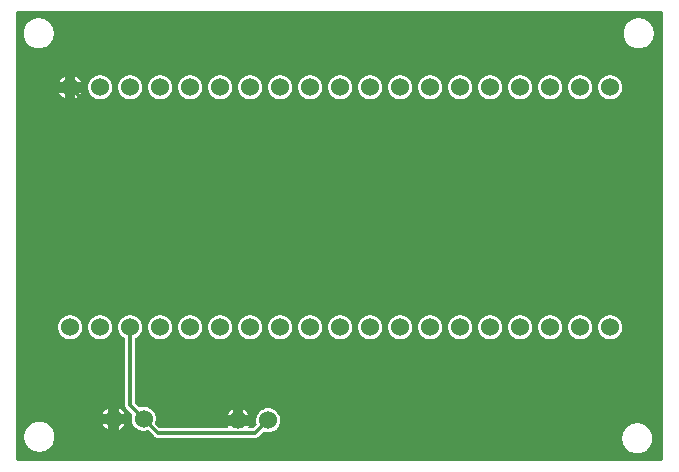
<source format=gbl>
G04 Layer: BottomLayer*
G04 EasyEDA v6.4.17, 2021-02-24T11:03:34+07:00*
G04 ef73d0174efa4e16a56b608a547b3d4a,ed1066999ab64682bb259e5b7afb0417,10*
G04 Gerber Generator version 0.2*
G04 Scale: 100 percent, Rotated: No, Reflected: No *
G04 Dimensions in inches *
G04 leading zeros omitted , absolute positions ,3 integer and 6 decimal *
%FSLAX36Y36*%
%MOIN*%

%ADD11C,0.0120*%
%ADD12C,0.0600*%

%LPD*%
G36*
X9100Y15100D02*
G01*
X7560Y15400D01*
X6280Y16279D01*
X5400Y17560D01*
X5100Y19100D01*
X5100Y1510900D01*
X5400Y1512440D01*
X6280Y1513720D01*
X7560Y1514600D01*
X9100Y1514900D01*
X2155900Y1514900D01*
X2157440Y1514600D01*
X2158720Y1513720D01*
X2159600Y1512440D01*
X2159900Y1510900D01*
X2159900Y19100D01*
X2159600Y17560D01*
X2158720Y16279D01*
X2157440Y15400D01*
X2155900Y15100D01*
G37*

%LPC*%
G36*
X2075000Y39900D02*
G01*
X2081040Y40279D01*
X2086980Y41360D01*
X2092760Y43160D01*
X2098280Y45640D01*
X2103460Y48780D01*
X2108220Y52500D01*
X2112500Y56780D01*
X2116220Y61540D01*
X2119360Y66720D01*
X2121840Y72240D01*
X2123640Y78020D01*
X2124720Y83960D01*
X2125100Y90000D01*
X2124720Y96039D01*
X2123640Y101980D01*
X2121840Y107760D01*
X2119360Y113280D01*
X2116220Y118460D01*
X2112500Y123219D01*
X2108220Y127500D01*
X2103460Y131220D01*
X2098280Y134360D01*
X2092760Y136840D01*
X2086980Y138640D01*
X2081040Y139720D01*
X2075000Y140100D01*
X2068959Y139720D01*
X2063020Y138640D01*
X2057240Y136840D01*
X2051720Y134360D01*
X2046540Y131220D01*
X2041780Y127500D01*
X2037500Y123219D01*
X2033779Y118460D01*
X2030640Y113280D01*
X2028160Y107760D01*
X2026360Y101980D01*
X2025280Y96039D01*
X2024900Y90000D01*
X2025280Y83960D01*
X2026360Y78020D01*
X2028160Y72240D01*
X2030640Y66720D01*
X2033779Y61540D01*
X2037500Y56780D01*
X2041780Y52500D01*
X2046540Y48780D01*
X2051720Y45640D01*
X2057240Y43160D01*
X2063020Y41360D01*
X2068959Y40279D01*
G37*
G36*
X82500Y44900D02*
G01*
X88539Y45279D01*
X94480Y46360D01*
X100260Y48160D01*
X105780Y50640D01*
X110960Y53780D01*
X115719Y57500D01*
X120000Y61780D01*
X123720Y66540D01*
X126860Y71720D01*
X129340Y77240D01*
X131140Y83020D01*
X132220Y88960D01*
X132600Y95000D01*
X132220Y101039D01*
X131140Y106980D01*
X129340Y112760D01*
X126860Y118280D01*
X123720Y123460D01*
X120000Y128219D01*
X115719Y132500D01*
X110960Y136220D01*
X105780Y139360D01*
X100260Y141840D01*
X94480Y143640D01*
X88539Y144720D01*
X82500Y145100D01*
X76460Y144720D01*
X70520Y143640D01*
X64740Y141840D01*
X59220Y139360D01*
X54040Y136220D01*
X49280Y132500D01*
X45000Y128219D01*
X41280Y123460D01*
X38140Y118280D01*
X35660Y112760D01*
X33860Y106980D01*
X32780Y101039D01*
X32400Y95000D01*
X32780Y88960D01*
X33860Y83020D01*
X35660Y77240D01*
X38140Y71720D01*
X41280Y66540D01*
X45000Y61780D01*
X49280Y57500D01*
X54040Y53780D01*
X59220Y50640D01*
X64740Y48160D01*
X70520Y46360D01*
X76460Y45279D01*
G37*
G36*
X477500Y91600D02*
G01*
X802500Y91600D01*
X805840Y91920D01*
X808860Y92840D01*
X811640Y94320D01*
X814220Y96460D01*
X828700Y110920D01*
X829920Y111760D01*
X831360Y112100D01*
X832840Y111880D01*
X834400Y111340D01*
X839659Y110260D01*
X845000Y109900D01*
X850340Y110260D01*
X855600Y111340D01*
X860660Y113100D01*
X865440Y115500D01*
X869840Y118539D01*
X873820Y122120D01*
X877280Y126220D01*
X880160Y130740D01*
X882420Y135600D01*
X884000Y140700D01*
X884880Y145980D01*
X885060Y151340D01*
X884539Y156660D01*
X883300Y161880D01*
X881360Y166880D01*
X878800Y171580D01*
X875620Y175880D01*
X871900Y179740D01*
X867680Y183060D01*
X863080Y185780D01*
X858160Y187880D01*
X852980Y189280D01*
X847680Y190000D01*
X842320Y190000D01*
X837020Y189280D01*
X831840Y187880D01*
X826919Y185780D01*
X822320Y183060D01*
X818100Y179740D01*
X814380Y175880D01*
X811200Y171580D01*
X808640Y166880D01*
X806700Y161880D01*
X805460Y156660D01*
X804940Y151340D01*
X805120Y145980D01*
X806000Y140700D01*
X806919Y137720D01*
X807099Y136280D01*
X806760Y134880D01*
X805939Y133700D01*
X797200Y124980D01*
X795900Y124100D01*
X794380Y123800D01*
X783040Y123800D01*
X781380Y124160D01*
X780020Y125180D01*
X779200Y126660D01*
X779080Y128360D01*
X779659Y129960D01*
X780160Y130740D01*
X780980Y132500D01*
X762500Y132500D01*
X762500Y127800D01*
X762200Y126260D01*
X761320Y124980D01*
X760040Y124100D01*
X758500Y123800D01*
X731500Y123800D01*
X729960Y124100D01*
X728680Y124980D01*
X727800Y126260D01*
X727500Y127800D01*
X727500Y132500D01*
X709020Y132500D01*
X709840Y130740D01*
X710340Y129960D01*
X710920Y128360D01*
X710800Y126660D01*
X709980Y125180D01*
X708620Y124160D01*
X706960Y123800D01*
X485620Y123800D01*
X484099Y124100D01*
X482800Y124980D01*
X469060Y138700D01*
X468240Y139880D01*
X467900Y141280D01*
X468080Y142720D01*
X469000Y145700D01*
X469880Y150980D01*
X470060Y156340D01*
X469540Y161660D01*
X468300Y166880D01*
X466360Y171880D01*
X463800Y176580D01*
X460620Y180880D01*
X456900Y184740D01*
X452680Y188060D01*
X448080Y190780D01*
X443160Y192880D01*
X437980Y194280D01*
X432680Y195000D01*
X427320Y195000D01*
X422020Y194280D01*
X417560Y193060D01*
X416160Y192940D01*
X414820Y193299D01*
X413680Y194100D01*
X402280Y205500D01*
X401400Y206800D01*
X401100Y208320D01*
X401100Y420760D01*
X401340Y422120D01*
X402020Y423320D01*
X403060Y424200D01*
X407680Y426940D01*
X411900Y430260D01*
X415620Y434120D01*
X418800Y438420D01*
X421360Y443120D01*
X423300Y448120D01*
X424540Y453340D01*
X425060Y458660D01*
X424880Y464020D01*
X424000Y469300D01*
X422420Y474400D01*
X420160Y479260D01*
X417280Y483780D01*
X413820Y487879D01*
X409840Y491460D01*
X405439Y494500D01*
X400660Y496900D01*
X395600Y498660D01*
X390340Y499739D01*
X385000Y500100D01*
X379660Y499739D01*
X374400Y498660D01*
X369340Y496900D01*
X364560Y494500D01*
X360160Y491460D01*
X356180Y487879D01*
X352720Y483780D01*
X349840Y479260D01*
X347580Y474400D01*
X346000Y469300D01*
X345120Y464020D01*
X344940Y458660D01*
X345460Y453340D01*
X346700Y448120D01*
X348640Y443120D01*
X351200Y438420D01*
X354380Y434120D01*
X358100Y430260D01*
X362320Y426940D01*
X366940Y424200D01*
X367980Y423320D01*
X368660Y422120D01*
X368900Y420760D01*
X368900Y200200D01*
X369219Y196860D01*
X370140Y193840D01*
X371620Y191060D01*
X373760Y188480D01*
X390880Y171340D01*
X391740Y170080D01*
X392060Y168580D01*
X390460Y161660D01*
X389940Y156340D01*
X390120Y150980D01*
X391000Y145700D01*
X392580Y140600D01*
X394840Y135740D01*
X397720Y131220D01*
X401180Y127120D01*
X405160Y123539D01*
X409560Y120500D01*
X414340Y118100D01*
X419400Y116340D01*
X424660Y115260D01*
X430000Y114900D01*
X435340Y115260D01*
X440600Y116340D01*
X442160Y116880D01*
X443640Y117100D01*
X445080Y116760D01*
X446300Y115920D01*
X465780Y96460D01*
X468360Y94320D01*
X471140Y92840D01*
X474159Y91920D01*
G37*
G36*
X347500Y119019D02*
G01*
X350439Y120500D01*
X354840Y123539D01*
X358820Y127120D01*
X362280Y131220D01*
X365160Y135740D01*
X365980Y137500D01*
X347500Y137500D01*
G37*
G36*
X312500Y119019D02*
G01*
X312500Y137500D01*
X294020Y137500D01*
X294840Y135740D01*
X297720Y131220D01*
X301180Y127120D01*
X305160Y123539D01*
X309560Y120500D01*
G37*
G36*
X762500Y167500D02*
G01*
X781020Y167500D01*
X778800Y171580D01*
X775620Y175880D01*
X771900Y179740D01*
X767680Y183060D01*
X763080Y185780D01*
X762500Y186020D01*
G37*
G36*
X708980Y167500D02*
G01*
X727500Y167500D01*
X727500Y186020D01*
X726919Y185780D01*
X722320Y183060D01*
X718100Y179740D01*
X714380Y175880D01*
X711200Y171580D01*
G37*
G36*
X293980Y172500D02*
G01*
X312500Y172500D01*
X312500Y191020D01*
X311920Y190780D01*
X307320Y188060D01*
X303100Y184740D01*
X299380Y180880D01*
X296200Y176580D01*
G37*
G36*
X347500Y172500D02*
G01*
X366019Y172500D01*
X363800Y176580D01*
X360620Y180880D01*
X356900Y184740D01*
X352680Y188060D01*
X348080Y190780D01*
X347500Y191020D01*
G37*
G36*
X1182320Y420000D02*
G01*
X1187680Y420000D01*
X1192980Y420720D01*
X1198160Y422120D01*
X1203080Y424219D01*
X1207680Y426940D01*
X1211900Y430260D01*
X1215620Y434120D01*
X1218800Y438420D01*
X1221360Y443120D01*
X1223300Y448120D01*
X1224540Y453340D01*
X1225060Y458660D01*
X1224880Y464020D01*
X1224000Y469300D01*
X1222420Y474400D01*
X1220160Y479260D01*
X1217280Y483780D01*
X1213820Y487879D01*
X1209840Y491460D01*
X1205440Y494500D01*
X1200660Y496900D01*
X1195600Y498660D01*
X1190340Y499739D01*
X1185000Y500100D01*
X1179660Y499739D01*
X1174400Y498660D01*
X1169340Y496900D01*
X1164560Y494500D01*
X1160160Y491460D01*
X1156180Y487879D01*
X1152720Y483780D01*
X1149840Y479260D01*
X1147580Y474400D01*
X1146000Y469300D01*
X1145120Y464020D01*
X1144940Y458660D01*
X1145460Y453340D01*
X1146700Y448120D01*
X1148640Y443120D01*
X1151200Y438420D01*
X1154380Y434120D01*
X1158100Y430260D01*
X1162320Y426940D01*
X1166920Y424219D01*
X1171840Y422120D01*
X1177020Y420720D01*
G37*
G36*
X1282320Y420000D02*
G01*
X1287680Y420000D01*
X1292980Y420720D01*
X1298160Y422120D01*
X1303080Y424219D01*
X1307680Y426940D01*
X1311900Y430260D01*
X1315620Y434120D01*
X1318800Y438420D01*
X1321360Y443120D01*
X1323300Y448120D01*
X1324540Y453340D01*
X1325060Y458660D01*
X1324880Y464020D01*
X1324000Y469300D01*
X1322420Y474400D01*
X1320160Y479260D01*
X1317280Y483780D01*
X1313820Y487879D01*
X1309840Y491460D01*
X1305440Y494500D01*
X1300660Y496900D01*
X1295600Y498660D01*
X1290340Y499739D01*
X1285000Y500100D01*
X1279660Y499739D01*
X1274400Y498660D01*
X1269340Y496900D01*
X1264560Y494500D01*
X1260160Y491460D01*
X1256180Y487879D01*
X1252720Y483780D01*
X1249840Y479260D01*
X1247580Y474400D01*
X1246000Y469300D01*
X1245120Y464020D01*
X1244940Y458660D01*
X1245460Y453340D01*
X1246700Y448120D01*
X1248640Y443120D01*
X1251200Y438420D01*
X1254380Y434120D01*
X1258100Y430260D01*
X1262320Y426940D01*
X1266920Y424219D01*
X1271840Y422120D01*
X1277020Y420720D01*
G37*
G36*
X1082320Y420000D02*
G01*
X1087680Y420000D01*
X1092980Y420720D01*
X1098160Y422120D01*
X1103080Y424219D01*
X1107680Y426940D01*
X1111900Y430260D01*
X1115620Y434120D01*
X1118800Y438420D01*
X1121360Y443120D01*
X1123300Y448120D01*
X1124540Y453340D01*
X1125060Y458660D01*
X1124880Y464020D01*
X1124000Y469300D01*
X1122420Y474400D01*
X1120160Y479260D01*
X1117280Y483780D01*
X1113820Y487879D01*
X1109840Y491460D01*
X1105440Y494500D01*
X1100660Y496900D01*
X1095600Y498660D01*
X1090340Y499739D01*
X1085000Y500100D01*
X1079660Y499739D01*
X1074400Y498660D01*
X1069340Y496900D01*
X1064560Y494500D01*
X1060160Y491460D01*
X1056180Y487879D01*
X1052720Y483780D01*
X1049840Y479260D01*
X1047580Y474400D01*
X1046000Y469300D01*
X1045120Y464020D01*
X1044940Y458660D01*
X1045460Y453340D01*
X1046700Y448120D01*
X1048640Y443120D01*
X1051200Y438420D01*
X1054380Y434120D01*
X1058100Y430260D01*
X1062320Y426940D01*
X1066920Y424219D01*
X1071840Y422120D01*
X1077020Y420720D01*
G37*
G36*
X1382320Y420000D02*
G01*
X1387680Y420000D01*
X1392980Y420720D01*
X1398160Y422120D01*
X1403080Y424219D01*
X1407680Y426940D01*
X1411900Y430260D01*
X1415620Y434120D01*
X1418800Y438420D01*
X1421360Y443120D01*
X1423300Y448120D01*
X1424540Y453340D01*
X1425060Y458660D01*
X1424880Y464020D01*
X1424000Y469300D01*
X1422420Y474400D01*
X1420160Y479260D01*
X1417280Y483780D01*
X1413820Y487879D01*
X1409840Y491460D01*
X1405440Y494500D01*
X1400660Y496900D01*
X1395600Y498660D01*
X1390340Y499739D01*
X1385000Y500100D01*
X1379660Y499739D01*
X1374400Y498660D01*
X1369340Y496900D01*
X1364560Y494500D01*
X1360160Y491460D01*
X1356180Y487879D01*
X1352720Y483780D01*
X1349840Y479260D01*
X1347580Y474400D01*
X1346000Y469300D01*
X1345120Y464020D01*
X1344940Y458660D01*
X1345460Y453340D01*
X1346699Y448120D01*
X1348640Y443120D01*
X1351200Y438420D01*
X1354379Y434120D01*
X1358100Y430260D01*
X1362320Y426940D01*
X1366920Y424219D01*
X1371840Y422120D01*
X1377020Y420720D01*
G37*
G36*
X982320Y420000D02*
G01*
X987680Y420000D01*
X992980Y420720D01*
X998160Y422120D01*
X1003080Y424219D01*
X1007680Y426940D01*
X1011900Y430260D01*
X1015620Y434120D01*
X1018800Y438420D01*
X1021360Y443120D01*
X1023300Y448120D01*
X1024539Y453340D01*
X1025060Y458660D01*
X1024880Y464020D01*
X1024000Y469300D01*
X1022420Y474400D01*
X1020160Y479260D01*
X1017280Y483780D01*
X1013820Y487879D01*
X1009840Y491460D01*
X1005440Y494500D01*
X1000660Y496900D01*
X995600Y498660D01*
X990340Y499739D01*
X985000Y500100D01*
X979659Y499739D01*
X974400Y498660D01*
X969340Y496900D01*
X964560Y494500D01*
X960160Y491460D01*
X956180Y487879D01*
X952720Y483780D01*
X949840Y479260D01*
X947580Y474400D01*
X946000Y469300D01*
X945120Y464020D01*
X944940Y458660D01*
X945460Y453340D01*
X946700Y448120D01*
X948640Y443120D01*
X951200Y438420D01*
X954380Y434120D01*
X958100Y430260D01*
X962320Y426940D01*
X966919Y424219D01*
X971840Y422120D01*
X977020Y420720D01*
G37*
G36*
X1482320Y420000D02*
G01*
X1487680Y420000D01*
X1492980Y420720D01*
X1498160Y422120D01*
X1503080Y424219D01*
X1507680Y426940D01*
X1511900Y430260D01*
X1515620Y434120D01*
X1518800Y438420D01*
X1521360Y443120D01*
X1523300Y448120D01*
X1524540Y453340D01*
X1525060Y458660D01*
X1524880Y464020D01*
X1524000Y469300D01*
X1522420Y474400D01*
X1520160Y479260D01*
X1517280Y483780D01*
X1513820Y487879D01*
X1509840Y491460D01*
X1505440Y494500D01*
X1500660Y496900D01*
X1495600Y498660D01*
X1490340Y499739D01*
X1485000Y500100D01*
X1479660Y499739D01*
X1474400Y498660D01*
X1469340Y496900D01*
X1464560Y494500D01*
X1460160Y491460D01*
X1456180Y487879D01*
X1452720Y483780D01*
X1449840Y479260D01*
X1447580Y474400D01*
X1446000Y469300D01*
X1445120Y464020D01*
X1444940Y458660D01*
X1445460Y453340D01*
X1446699Y448120D01*
X1448640Y443120D01*
X1451200Y438420D01*
X1454379Y434120D01*
X1458100Y430260D01*
X1462320Y426940D01*
X1466920Y424219D01*
X1471840Y422120D01*
X1477020Y420720D01*
G37*
G36*
X882320Y420000D02*
G01*
X887680Y420000D01*
X892980Y420720D01*
X898160Y422120D01*
X903080Y424219D01*
X907680Y426940D01*
X911900Y430260D01*
X915620Y434120D01*
X918800Y438420D01*
X921360Y443120D01*
X923300Y448120D01*
X924539Y453340D01*
X925060Y458660D01*
X924880Y464020D01*
X924000Y469300D01*
X922420Y474400D01*
X920160Y479260D01*
X917280Y483780D01*
X913820Y487879D01*
X909840Y491460D01*
X905440Y494500D01*
X900660Y496900D01*
X895600Y498660D01*
X890340Y499739D01*
X885000Y500100D01*
X879659Y499739D01*
X874400Y498660D01*
X869340Y496900D01*
X864560Y494500D01*
X860160Y491460D01*
X856180Y487879D01*
X852720Y483780D01*
X849840Y479260D01*
X847580Y474400D01*
X846000Y469300D01*
X845120Y464020D01*
X844940Y458660D01*
X845460Y453340D01*
X846700Y448120D01*
X848640Y443120D01*
X851200Y438420D01*
X854380Y434120D01*
X858100Y430260D01*
X862320Y426940D01*
X866919Y424219D01*
X871840Y422120D01*
X877020Y420720D01*
G37*
G36*
X1582320Y420000D02*
G01*
X1587680Y420000D01*
X1592980Y420720D01*
X1598160Y422120D01*
X1603080Y424219D01*
X1607680Y426940D01*
X1611900Y430260D01*
X1615620Y434120D01*
X1618800Y438420D01*
X1621360Y443120D01*
X1623300Y448120D01*
X1624540Y453340D01*
X1625060Y458660D01*
X1624880Y464020D01*
X1624000Y469300D01*
X1622420Y474400D01*
X1620160Y479260D01*
X1617280Y483780D01*
X1613820Y487879D01*
X1609840Y491460D01*
X1605440Y494500D01*
X1600660Y496900D01*
X1595600Y498660D01*
X1590340Y499739D01*
X1585000Y500100D01*
X1579660Y499739D01*
X1574400Y498660D01*
X1569340Y496900D01*
X1564560Y494500D01*
X1560160Y491460D01*
X1556180Y487879D01*
X1552720Y483780D01*
X1549840Y479260D01*
X1547580Y474400D01*
X1546000Y469300D01*
X1545120Y464020D01*
X1544940Y458660D01*
X1545460Y453340D01*
X1546699Y448120D01*
X1548640Y443120D01*
X1551200Y438420D01*
X1554379Y434120D01*
X1558100Y430260D01*
X1562320Y426940D01*
X1566920Y424219D01*
X1571840Y422120D01*
X1577020Y420720D01*
G37*
G36*
X782320Y420000D02*
G01*
X787680Y420000D01*
X792980Y420720D01*
X798160Y422120D01*
X803080Y424219D01*
X807680Y426940D01*
X811900Y430260D01*
X815620Y434120D01*
X818800Y438420D01*
X821360Y443120D01*
X823300Y448120D01*
X824539Y453340D01*
X825060Y458660D01*
X824880Y464020D01*
X824000Y469300D01*
X822420Y474400D01*
X820160Y479260D01*
X817280Y483780D01*
X813820Y487879D01*
X809840Y491460D01*
X805440Y494500D01*
X800660Y496900D01*
X795600Y498660D01*
X790340Y499739D01*
X785000Y500100D01*
X779659Y499739D01*
X774400Y498660D01*
X769340Y496900D01*
X764560Y494500D01*
X760160Y491460D01*
X756180Y487879D01*
X752720Y483780D01*
X749840Y479260D01*
X747580Y474400D01*
X746000Y469300D01*
X745120Y464020D01*
X744940Y458660D01*
X745460Y453340D01*
X746700Y448120D01*
X748640Y443120D01*
X751200Y438420D01*
X754380Y434120D01*
X758100Y430260D01*
X762320Y426940D01*
X766919Y424219D01*
X771840Y422120D01*
X777020Y420720D01*
G37*
G36*
X482320Y420000D02*
G01*
X487680Y420000D01*
X492980Y420720D01*
X498160Y422120D01*
X503080Y424219D01*
X507680Y426940D01*
X511900Y430260D01*
X515620Y434120D01*
X518800Y438420D01*
X521360Y443120D01*
X523300Y448120D01*
X524540Y453340D01*
X525060Y458660D01*
X524880Y464020D01*
X524000Y469300D01*
X522420Y474400D01*
X520160Y479260D01*
X517280Y483780D01*
X513820Y487879D01*
X509840Y491460D01*
X505439Y494500D01*
X500660Y496900D01*
X495600Y498660D01*
X490340Y499739D01*
X485000Y500100D01*
X479660Y499739D01*
X474400Y498660D01*
X469340Y496900D01*
X464560Y494500D01*
X460160Y491460D01*
X456180Y487879D01*
X452720Y483780D01*
X449840Y479260D01*
X447580Y474400D01*
X446000Y469300D01*
X445120Y464020D01*
X444940Y458660D01*
X445460Y453340D01*
X446700Y448120D01*
X448640Y443120D01*
X451200Y438420D01*
X454380Y434120D01*
X458100Y430260D01*
X462320Y426940D01*
X466920Y424219D01*
X471840Y422120D01*
X477020Y420720D01*
G37*
G36*
X1682320Y420000D02*
G01*
X1687680Y420000D01*
X1692980Y420720D01*
X1698160Y422120D01*
X1703080Y424219D01*
X1707680Y426940D01*
X1711900Y430260D01*
X1715620Y434120D01*
X1718800Y438420D01*
X1721360Y443120D01*
X1723300Y448120D01*
X1724540Y453340D01*
X1725060Y458660D01*
X1724880Y464020D01*
X1724000Y469300D01*
X1722420Y474400D01*
X1720160Y479260D01*
X1717280Y483780D01*
X1713820Y487879D01*
X1709840Y491460D01*
X1705440Y494500D01*
X1700660Y496900D01*
X1695600Y498660D01*
X1690340Y499739D01*
X1685000Y500100D01*
X1679660Y499739D01*
X1674400Y498660D01*
X1669340Y496900D01*
X1664560Y494500D01*
X1660160Y491460D01*
X1656180Y487879D01*
X1652720Y483780D01*
X1649840Y479260D01*
X1647580Y474400D01*
X1646000Y469300D01*
X1645120Y464020D01*
X1644940Y458660D01*
X1645460Y453340D01*
X1646699Y448120D01*
X1648640Y443120D01*
X1651200Y438420D01*
X1654379Y434120D01*
X1658100Y430260D01*
X1662320Y426940D01*
X1666920Y424219D01*
X1671840Y422120D01*
X1677020Y420720D01*
G37*
G36*
X1882320Y420000D02*
G01*
X1887680Y420000D01*
X1892980Y420720D01*
X1898160Y422120D01*
X1903080Y424219D01*
X1907680Y426940D01*
X1911900Y430260D01*
X1915620Y434120D01*
X1918800Y438420D01*
X1921360Y443120D01*
X1923300Y448120D01*
X1924540Y453340D01*
X1925060Y458660D01*
X1924880Y464020D01*
X1924000Y469300D01*
X1922420Y474400D01*
X1920160Y479260D01*
X1917280Y483780D01*
X1913820Y487879D01*
X1909840Y491460D01*
X1905440Y494500D01*
X1900660Y496900D01*
X1895600Y498660D01*
X1890340Y499739D01*
X1885000Y500100D01*
X1879660Y499739D01*
X1874400Y498660D01*
X1869340Y496900D01*
X1864560Y494500D01*
X1860160Y491460D01*
X1856180Y487879D01*
X1852720Y483780D01*
X1849840Y479260D01*
X1847580Y474400D01*
X1846000Y469300D01*
X1845120Y464020D01*
X1844940Y458660D01*
X1845460Y453340D01*
X1846699Y448120D01*
X1848640Y443120D01*
X1851200Y438420D01*
X1854379Y434120D01*
X1858100Y430260D01*
X1862320Y426940D01*
X1866920Y424219D01*
X1871840Y422120D01*
X1877020Y420720D01*
G37*
G36*
X682320Y420000D02*
G01*
X687680Y420000D01*
X692980Y420720D01*
X698160Y422120D01*
X703080Y424219D01*
X707680Y426940D01*
X711900Y430260D01*
X715620Y434120D01*
X718800Y438420D01*
X721360Y443120D01*
X723300Y448120D01*
X724539Y453340D01*
X725060Y458660D01*
X724880Y464020D01*
X724000Y469300D01*
X722420Y474400D01*
X720160Y479260D01*
X717280Y483780D01*
X713820Y487879D01*
X709840Y491460D01*
X705440Y494500D01*
X700660Y496900D01*
X695600Y498660D01*
X690340Y499739D01*
X685000Y500100D01*
X679659Y499739D01*
X674400Y498660D01*
X669340Y496900D01*
X664560Y494500D01*
X660160Y491460D01*
X656180Y487879D01*
X652720Y483780D01*
X649840Y479260D01*
X647580Y474400D01*
X646000Y469300D01*
X645120Y464020D01*
X644940Y458660D01*
X645460Y453340D01*
X646700Y448120D01*
X648640Y443120D01*
X651200Y438420D01*
X654380Y434120D01*
X658100Y430260D01*
X662320Y426940D01*
X666919Y424219D01*
X671840Y422120D01*
X677020Y420720D01*
G37*
G36*
X582320Y420000D02*
G01*
X587680Y420000D01*
X592980Y420720D01*
X598160Y422120D01*
X603080Y424219D01*
X607680Y426940D01*
X611900Y430260D01*
X615620Y434120D01*
X618800Y438420D01*
X621360Y443120D01*
X623300Y448120D01*
X624540Y453340D01*
X625060Y458660D01*
X624880Y464020D01*
X624000Y469300D01*
X622420Y474400D01*
X620160Y479260D01*
X617280Y483780D01*
X613820Y487879D01*
X609840Y491460D01*
X605440Y494500D01*
X600660Y496900D01*
X595600Y498660D01*
X590340Y499739D01*
X585000Y500100D01*
X579660Y499739D01*
X574400Y498660D01*
X569340Y496900D01*
X564560Y494500D01*
X560160Y491460D01*
X556180Y487879D01*
X552720Y483780D01*
X549840Y479260D01*
X547580Y474400D01*
X546000Y469300D01*
X545120Y464020D01*
X544940Y458660D01*
X545460Y453340D01*
X546700Y448120D01*
X548640Y443120D01*
X551200Y438420D01*
X554380Y434120D01*
X558100Y430260D01*
X562320Y426940D01*
X566920Y424219D01*
X571840Y422120D01*
X577020Y420720D01*
G37*
G36*
X1982320Y420000D02*
G01*
X1987680Y420000D01*
X1992980Y420720D01*
X1998160Y422120D01*
X2003080Y424219D01*
X2007680Y426940D01*
X2011900Y430260D01*
X2015620Y434120D01*
X2018800Y438420D01*
X2021360Y443120D01*
X2023300Y448120D01*
X2024540Y453340D01*
X2025060Y458660D01*
X2024880Y464020D01*
X2024000Y469300D01*
X2022420Y474400D01*
X2020160Y479260D01*
X2017280Y483780D01*
X2013820Y487879D01*
X2009840Y491460D01*
X2005440Y494500D01*
X2000660Y496900D01*
X1995600Y498660D01*
X1990340Y499739D01*
X1985000Y500100D01*
X1979660Y499739D01*
X1974400Y498660D01*
X1969340Y496900D01*
X1964560Y494500D01*
X1960160Y491460D01*
X1956180Y487879D01*
X1952720Y483780D01*
X1949840Y479260D01*
X1947580Y474400D01*
X1946000Y469300D01*
X1945120Y464020D01*
X1944940Y458660D01*
X1945460Y453340D01*
X1946699Y448120D01*
X1948640Y443120D01*
X1951200Y438420D01*
X1954379Y434120D01*
X1958100Y430260D01*
X1962320Y426940D01*
X1966920Y424219D01*
X1971840Y422120D01*
X1977020Y420720D01*
G37*
G36*
X1782320Y420000D02*
G01*
X1787680Y420000D01*
X1792980Y420720D01*
X1798160Y422120D01*
X1803080Y424219D01*
X1807680Y426940D01*
X1811900Y430260D01*
X1815620Y434120D01*
X1818800Y438420D01*
X1821360Y443120D01*
X1823300Y448120D01*
X1824540Y453340D01*
X1825060Y458660D01*
X1824880Y464020D01*
X1824000Y469300D01*
X1822420Y474400D01*
X1820160Y479260D01*
X1817280Y483780D01*
X1813820Y487879D01*
X1809840Y491460D01*
X1805440Y494500D01*
X1800660Y496900D01*
X1795600Y498660D01*
X1790340Y499739D01*
X1785000Y500100D01*
X1779660Y499739D01*
X1774400Y498660D01*
X1769340Y496900D01*
X1764560Y494500D01*
X1760160Y491460D01*
X1756180Y487879D01*
X1752720Y483780D01*
X1749840Y479260D01*
X1747580Y474400D01*
X1746000Y469300D01*
X1745120Y464020D01*
X1744940Y458660D01*
X1745460Y453340D01*
X1746699Y448120D01*
X1748640Y443120D01*
X1751200Y438420D01*
X1754379Y434120D01*
X1758100Y430260D01*
X1762320Y426940D01*
X1766920Y424219D01*
X1771840Y422120D01*
X1777020Y420720D01*
G37*
G36*
X282320Y420000D02*
G01*
X287680Y420000D01*
X292980Y420720D01*
X298160Y422120D01*
X303080Y424219D01*
X307680Y426940D01*
X311900Y430260D01*
X315620Y434120D01*
X318800Y438420D01*
X321360Y443120D01*
X323300Y448120D01*
X324540Y453340D01*
X325060Y458660D01*
X324880Y464020D01*
X324000Y469300D01*
X322420Y474400D01*
X320160Y479260D01*
X317280Y483780D01*
X313820Y487879D01*
X309840Y491460D01*
X305440Y494500D01*
X300660Y496900D01*
X295600Y498660D01*
X290340Y499739D01*
X285000Y500100D01*
X279660Y499739D01*
X274400Y498660D01*
X269340Y496900D01*
X264560Y494500D01*
X260159Y491460D01*
X256180Y487879D01*
X252719Y483780D01*
X249840Y479260D01*
X247580Y474400D01*
X246000Y469300D01*
X245120Y464020D01*
X244940Y458660D01*
X245460Y453340D01*
X246700Y448120D01*
X248640Y443120D01*
X251200Y438420D01*
X254380Y434120D01*
X258100Y430260D01*
X262320Y426940D01*
X266920Y424219D01*
X271840Y422120D01*
X277020Y420720D01*
G37*
G36*
X182320Y420000D02*
G01*
X187680Y420000D01*
X192979Y420720D01*
X198160Y422120D01*
X203080Y424219D01*
X207680Y426940D01*
X211900Y430260D01*
X215620Y434120D01*
X218800Y438420D01*
X221360Y443120D01*
X223299Y448120D01*
X224540Y453340D01*
X225060Y458660D01*
X224880Y464020D01*
X224000Y469300D01*
X222420Y474400D01*
X220159Y479260D01*
X217280Y483780D01*
X213820Y487879D01*
X209840Y491460D01*
X205440Y494500D01*
X200660Y496900D01*
X195600Y498660D01*
X190340Y499739D01*
X185000Y500100D01*
X179660Y499739D01*
X174400Y498660D01*
X169340Y496900D01*
X164560Y494500D01*
X160159Y491460D01*
X156180Y487879D01*
X152720Y483780D01*
X149840Y479260D01*
X147580Y474400D01*
X146000Y469300D01*
X145120Y464020D01*
X144940Y458660D01*
X145460Y453340D01*
X146700Y448120D01*
X148640Y443120D01*
X151200Y438420D01*
X154380Y434120D01*
X158100Y430260D01*
X162320Y426940D01*
X166920Y424219D01*
X171840Y422120D01*
X177020Y420720D01*
G37*
G36*
X1082320Y1220000D02*
G01*
X1087680Y1220000D01*
X1092980Y1220720D01*
X1098160Y1222120D01*
X1103080Y1224220D01*
X1107680Y1226940D01*
X1111900Y1230260D01*
X1115620Y1234120D01*
X1118800Y1238420D01*
X1121360Y1243120D01*
X1123300Y1248120D01*
X1124540Y1253340D01*
X1125060Y1258660D01*
X1124880Y1264020D01*
X1124000Y1269300D01*
X1122420Y1274400D01*
X1120160Y1279260D01*
X1117280Y1283779D01*
X1113820Y1287880D01*
X1109840Y1291459D01*
X1105440Y1294500D01*
X1100660Y1296900D01*
X1095600Y1298660D01*
X1090340Y1299740D01*
X1085000Y1300100D01*
X1079660Y1299740D01*
X1074400Y1298660D01*
X1069340Y1296900D01*
X1064560Y1294500D01*
X1060160Y1291459D01*
X1056180Y1287880D01*
X1052720Y1283779D01*
X1049840Y1279260D01*
X1047580Y1274400D01*
X1046000Y1269300D01*
X1045120Y1264020D01*
X1044940Y1258660D01*
X1045460Y1253340D01*
X1046700Y1248120D01*
X1048640Y1243120D01*
X1051200Y1238420D01*
X1054380Y1234120D01*
X1058100Y1230260D01*
X1062320Y1226940D01*
X1066920Y1224220D01*
X1071840Y1222120D01*
X1077020Y1220720D01*
G37*
G36*
X1182320Y1220000D02*
G01*
X1187680Y1220000D01*
X1192980Y1220720D01*
X1198160Y1222120D01*
X1203080Y1224220D01*
X1207680Y1226940D01*
X1211900Y1230260D01*
X1215620Y1234120D01*
X1218800Y1238420D01*
X1221360Y1243120D01*
X1223300Y1248120D01*
X1224540Y1253340D01*
X1225060Y1258660D01*
X1224880Y1264020D01*
X1224000Y1269300D01*
X1222420Y1274400D01*
X1220160Y1279260D01*
X1217280Y1283779D01*
X1213820Y1287880D01*
X1209840Y1291459D01*
X1205440Y1294500D01*
X1200660Y1296900D01*
X1195600Y1298660D01*
X1190340Y1299740D01*
X1185000Y1300100D01*
X1179660Y1299740D01*
X1174400Y1298660D01*
X1169340Y1296900D01*
X1164560Y1294500D01*
X1160160Y1291459D01*
X1156180Y1287880D01*
X1152720Y1283779D01*
X1149840Y1279260D01*
X1147580Y1274400D01*
X1146000Y1269300D01*
X1145120Y1264020D01*
X1144940Y1258660D01*
X1145460Y1253340D01*
X1146700Y1248120D01*
X1148640Y1243120D01*
X1151200Y1238420D01*
X1154380Y1234120D01*
X1158100Y1230260D01*
X1162320Y1226940D01*
X1166920Y1224220D01*
X1171840Y1222120D01*
X1177020Y1220720D01*
G37*
G36*
X982320Y1220000D02*
G01*
X987680Y1220000D01*
X992980Y1220720D01*
X998160Y1222120D01*
X1003080Y1224220D01*
X1007680Y1226940D01*
X1011900Y1230260D01*
X1015620Y1234120D01*
X1018800Y1238420D01*
X1021360Y1243120D01*
X1023300Y1248120D01*
X1024539Y1253340D01*
X1025060Y1258660D01*
X1024880Y1264020D01*
X1024000Y1269300D01*
X1022420Y1274400D01*
X1020160Y1279260D01*
X1017280Y1283779D01*
X1013820Y1287880D01*
X1009840Y1291459D01*
X1005440Y1294500D01*
X1000660Y1296900D01*
X995600Y1298660D01*
X990340Y1299740D01*
X985000Y1300100D01*
X979659Y1299740D01*
X974400Y1298660D01*
X969340Y1296900D01*
X964560Y1294500D01*
X960160Y1291459D01*
X956180Y1287880D01*
X952720Y1283779D01*
X949840Y1279260D01*
X947580Y1274400D01*
X946000Y1269300D01*
X945120Y1264020D01*
X944940Y1258660D01*
X945460Y1253340D01*
X946700Y1248120D01*
X948640Y1243120D01*
X951200Y1238420D01*
X954380Y1234120D01*
X958100Y1230260D01*
X962320Y1226940D01*
X966919Y1224220D01*
X971840Y1222120D01*
X977020Y1220720D01*
G37*
G36*
X1282320Y1220000D02*
G01*
X1287680Y1220000D01*
X1292980Y1220720D01*
X1298160Y1222120D01*
X1303080Y1224220D01*
X1307680Y1226940D01*
X1311900Y1230260D01*
X1315620Y1234120D01*
X1318800Y1238420D01*
X1321360Y1243120D01*
X1323300Y1248120D01*
X1324540Y1253340D01*
X1325060Y1258660D01*
X1324880Y1264020D01*
X1324000Y1269300D01*
X1322420Y1274400D01*
X1320160Y1279260D01*
X1317280Y1283779D01*
X1313820Y1287880D01*
X1309840Y1291459D01*
X1305440Y1294500D01*
X1300660Y1296900D01*
X1295600Y1298660D01*
X1290340Y1299740D01*
X1285000Y1300100D01*
X1279660Y1299740D01*
X1274400Y1298660D01*
X1269340Y1296900D01*
X1264560Y1294500D01*
X1260160Y1291459D01*
X1256180Y1287880D01*
X1252720Y1283779D01*
X1249840Y1279260D01*
X1247580Y1274400D01*
X1246000Y1269300D01*
X1245120Y1264020D01*
X1244940Y1258660D01*
X1245460Y1253340D01*
X1246700Y1248120D01*
X1248640Y1243120D01*
X1251200Y1238420D01*
X1254380Y1234120D01*
X1258100Y1230260D01*
X1262320Y1226940D01*
X1266920Y1224220D01*
X1271840Y1222120D01*
X1277020Y1220720D01*
G37*
G36*
X882320Y1220000D02*
G01*
X887680Y1220000D01*
X892980Y1220720D01*
X898160Y1222120D01*
X903080Y1224220D01*
X907680Y1226940D01*
X911900Y1230260D01*
X915620Y1234120D01*
X918800Y1238420D01*
X921360Y1243120D01*
X923300Y1248120D01*
X924539Y1253340D01*
X925060Y1258660D01*
X924880Y1264020D01*
X924000Y1269300D01*
X922420Y1274400D01*
X920160Y1279260D01*
X917280Y1283779D01*
X913820Y1287880D01*
X909840Y1291459D01*
X905440Y1294500D01*
X900660Y1296900D01*
X895600Y1298660D01*
X890340Y1299740D01*
X885000Y1300100D01*
X879659Y1299740D01*
X874400Y1298660D01*
X869340Y1296900D01*
X864560Y1294500D01*
X860160Y1291459D01*
X856180Y1287880D01*
X852720Y1283779D01*
X849840Y1279260D01*
X847580Y1274400D01*
X846000Y1269300D01*
X845120Y1264020D01*
X844940Y1258660D01*
X845460Y1253340D01*
X846700Y1248120D01*
X848640Y1243120D01*
X851200Y1238420D01*
X854380Y1234120D01*
X858100Y1230260D01*
X862320Y1226940D01*
X866919Y1224220D01*
X871840Y1222120D01*
X877020Y1220720D01*
G37*
G36*
X1382320Y1220000D02*
G01*
X1387680Y1220000D01*
X1392980Y1220720D01*
X1398160Y1222120D01*
X1403080Y1224220D01*
X1407680Y1226940D01*
X1411900Y1230260D01*
X1415620Y1234120D01*
X1418800Y1238420D01*
X1421360Y1243120D01*
X1423300Y1248120D01*
X1424540Y1253340D01*
X1425060Y1258660D01*
X1424880Y1264020D01*
X1424000Y1269300D01*
X1422420Y1274400D01*
X1420160Y1279260D01*
X1417280Y1283779D01*
X1413820Y1287880D01*
X1409840Y1291459D01*
X1405440Y1294500D01*
X1400660Y1296900D01*
X1395600Y1298660D01*
X1390340Y1299740D01*
X1385000Y1300100D01*
X1379660Y1299740D01*
X1374400Y1298660D01*
X1369340Y1296900D01*
X1364560Y1294500D01*
X1360160Y1291459D01*
X1356180Y1287880D01*
X1352720Y1283779D01*
X1349840Y1279260D01*
X1347580Y1274400D01*
X1346000Y1269300D01*
X1345120Y1264020D01*
X1344940Y1258660D01*
X1345460Y1253340D01*
X1346699Y1248120D01*
X1348640Y1243120D01*
X1351200Y1238420D01*
X1354379Y1234120D01*
X1358100Y1230260D01*
X1362320Y1226940D01*
X1366920Y1224220D01*
X1371840Y1222120D01*
X1377020Y1220720D01*
G37*
G36*
X782320Y1220000D02*
G01*
X787680Y1220000D01*
X792980Y1220720D01*
X798160Y1222120D01*
X803080Y1224220D01*
X807680Y1226940D01*
X811900Y1230260D01*
X815620Y1234120D01*
X818800Y1238420D01*
X821360Y1243120D01*
X823300Y1248120D01*
X824539Y1253340D01*
X825060Y1258660D01*
X824880Y1264020D01*
X824000Y1269300D01*
X822420Y1274400D01*
X820160Y1279260D01*
X817280Y1283779D01*
X813820Y1287880D01*
X809840Y1291459D01*
X805440Y1294500D01*
X800660Y1296900D01*
X795600Y1298660D01*
X790340Y1299740D01*
X785000Y1300100D01*
X779659Y1299740D01*
X774400Y1298660D01*
X769340Y1296900D01*
X764560Y1294500D01*
X760160Y1291459D01*
X756180Y1287880D01*
X752720Y1283779D01*
X749840Y1279260D01*
X747580Y1274400D01*
X746000Y1269300D01*
X745120Y1264020D01*
X744940Y1258660D01*
X745460Y1253340D01*
X746700Y1248120D01*
X748640Y1243120D01*
X751200Y1238420D01*
X754380Y1234120D01*
X758100Y1230260D01*
X762320Y1226940D01*
X766919Y1224220D01*
X771840Y1222120D01*
X777020Y1220720D01*
G37*
G36*
X1482320Y1220000D02*
G01*
X1487680Y1220000D01*
X1492980Y1220720D01*
X1498160Y1222120D01*
X1503080Y1224220D01*
X1507680Y1226940D01*
X1511900Y1230260D01*
X1515620Y1234120D01*
X1518800Y1238420D01*
X1521360Y1243120D01*
X1523300Y1248120D01*
X1524540Y1253340D01*
X1525060Y1258660D01*
X1524880Y1264020D01*
X1524000Y1269300D01*
X1522420Y1274400D01*
X1520160Y1279260D01*
X1517280Y1283779D01*
X1513820Y1287880D01*
X1509840Y1291459D01*
X1505440Y1294500D01*
X1500660Y1296900D01*
X1495600Y1298660D01*
X1490340Y1299740D01*
X1485000Y1300100D01*
X1479660Y1299740D01*
X1474400Y1298660D01*
X1469340Y1296900D01*
X1464560Y1294500D01*
X1460160Y1291459D01*
X1456180Y1287880D01*
X1452720Y1283779D01*
X1449840Y1279260D01*
X1447580Y1274400D01*
X1446000Y1269300D01*
X1445120Y1264020D01*
X1444940Y1258660D01*
X1445460Y1253340D01*
X1446699Y1248120D01*
X1448640Y1243120D01*
X1451200Y1238420D01*
X1454379Y1234120D01*
X1458100Y1230260D01*
X1462320Y1226940D01*
X1466920Y1224220D01*
X1471840Y1222120D01*
X1477020Y1220720D01*
G37*
G36*
X682320Y1220000D02*
G01*
X687680Y1220000D01*
X692980Y1220720D01*
X698160Y1222120D01*
X703080Y1224220D01*
X707680Y1226940D01*
X711900Y1230260D01*
X715620Y1234120D01*
X718800Y1238420D01*
X721360Y1243120D01*
X723300Y1248120D01*
X724539Y1253340D01*
X725060Y1258660D01*
X724880Y1264020D01*
X724000Y1269300D01*
X722420Y1274400D01*
X720160Y1279260D01*
X717280Y1283779D01*
X713820Y1287880D01*
X709840Y1291459D01*
X705440Y1294500D01*
X700660Y1296900D01*
X695600Y1298660D01*
X690340Y1299740D01*
X685000Y1300100D01*
X679659Y1299740D01*
X674400Y1298660D01*
X669340Y1296900D01*
X664560Y1294500D01*
X660160Y1291459D01*
X656180Y1287880D01*
X652720Y1283779D01*
X649840Y1279260D01*
X647580Y1274400D01*
X646000Y1269300D01*
X645120Y1264020D01*
X644940Y1258660D01*
X645460Y1253340D01*
X646700Y1248120D01*
X648640Y1243120D01*
X651200Y1238420D01*
X654380Y1234120D01*
X658100Y1230260D01*
X662320Y1226940D01*
X666919Y1224220D01*
X671840Y1222120D01*
X677020Y1220720D01*
G37*
G36*
X1582320Y1220000D02*
G01*
X1587680Y1220000D01*
X1592980Y1220720D01*
X1598160Y1222120D01*
X1603080Y1224220D01*
X1607680Y1226940D01*
X1611900Y1230260D01*
X1615620Y1234120D01*
X1618800Y1238420D01*
X1621360Y1243120D01*
X1623300Y1248120D01*
X1624540Y1253340D01*
X1625060Y1258660D01*
X1624880Y1264020D01*
X1624000Y1269300D01*
X1622420Y1274400D01*
X1620160Y1279260D01*
X1617280Y1283779D01*
X1613820Y1287880D01*
X1609840Y1291459D01*
X1605440Y1294500D01*
X1600660Y1296900D01*
X1595600Y1298660D01*
X1590340Y1299740D01*
X1585000Y1300100D01*
X1579660Y1299740D01*
X1574400Y1298660D01*
X1569340Y1296900D01*
X1564560Y1294500D01*
X1560160Y1291459D01*
X1556180Y1287880D01*
X1552720Y1283779D01*
X1549840Y1279260D01*
X1547580Y1274400D01*
X1546000Y1269300D01*
X1545120Y1264020D01*
X1544940Y1258660D01*
X1545460Y1253340D01*
X1546699Y1248120D01*
X1548640Y1243120D01*
X1551200Y1238420D01*
X1554379Y1234120D01*
X1558100Y1230260D01*
X1562320Y1226940D01*
X1566920Y1224220D01*
X1571840Y1222120D01*
X1577020Y1220720D01*
G37*
G36*
X582320Y1220000D02*
G01*
X587680Y1220000D01*
X592980Y1220720D01*
X598160Y1222120D01*
X603080Y1224220D01*
X607680Y1226940D01*
X611900Y1230260D01*
X615620Y1234120D01*
X618800Y1238420D01*
X621360Y1243120D01*
X623300Y1248120D01*
X624540Y1253340D01*
X625060Y1258660D01*
X624880Y1264020D01*
X624000Y1269300D01*
X622420Y1274400D01*
X620160Y1279260D01*
X617280Y1283779D01*
X613820Y1287880D01*
X609840Y1291459D01*
X605440Y1294500D01*
X600660Y1296900D01*
X595600Y1298660D01*
X590340Y1299740D01*
X585000Y1300100D01*
X579660Y1299740D01*
X574400Y1298660D01*
X569340Y1296900D01*
X564560Y1294500D01*
X560160Y1291459D01*
X556180Y1287880D01*
X552720Y1283779D01*
X549840Y1279260D01*
X547580Y1274400D01*
X546000Y1269300D01*
X545120Y1264020D01*
X544940Y1258660D01*
X545460Y1253340D01*
X546700Y1248120D01*
X548640Y1243120D01*
X551200Y1238420D01*
X554380Y1234120D01*
X558100Y1230260D01*
X562320Y1226940D01*
X566920Y1224220D01*
X571840Y1222120D01*
X577020Y1220720D01*
G37*
G36*
X1682320Y1220000D02*
G01*
X1687680Y1220000D01*
X1692980Y1220720D01*
X1698160Y1222120D01*
X1703080Y1224220D01*
X1707680Y1226940D01*
X1711900Y1230260D01*
X1715620Y1234120D01*
X1718800Y1238420D01*
X1721360Y1243120D01*
X1723300Y1248120D01*
X1724540Y1253340D01*
X1725060Y1258660D01*
X1724880Y1264020D01*
X1724000Y1269300D01*
X1722420Y1274400D01*
X1720160Y1279260D01*
X1717280Y1283779D01*
X1713820Y1287880D01*
X1709840Y1291459D01*
X1705440Y1294500D01*
X1700660Y1296900D01*
X1695600Y1298660D01*
X1690340Y1299740D01*
X1685000Y1300100D01*
X1679660Y1299740D01*
X1674400Y1298660D01*
X1669340Y1296900D01*
X1664560Y1294500D01*
X1660160Y1291459D01*
X1656180Y1287880D01*
X1652720Y1283779D01*
X1649840Y1279260D01*
X1647580Y1274400D01*
X1646000Y1269300D01*
X1645120Y1264020D01*
X1644940Y1258660D01*
X1645460Y1253340D01*
X1646699Y1248120D01*
X1648640Y1243120D01*
X1651200Y1238420D01*
X1654379Y1234120D01*
X1658100Y1230260D01*
X1662320Y1226940D01*
X1666920Y1224220D01*
X1671840Y1222120D01*
X1677020Y1220720D01*
G37*
G36*
X1882320Y1220000D02*
G01*
X1887680Y1220000D01*
X1892980Y1220720D01*
X1898160Y1222120D01*
X1903080Y1224220D01*
X1907680Y1226940D01*
X1911900Y1230260D01*
X1915620Y1234120D01*
X1918800Y1238420D01*
X1921360Y1243120D01*
X1923300Y1248120D01*
X1924540Y1253340D01*
X1925060Y1258660D01*
X1924880Y1264020D01*
X1924000Y1269300D01*
X1922420Y1274400D01*
X1920160Y1279260D01*
X1917280Y1283779D01*
X1913820Y1287880D01*
X1909840Y1291459D01*
X1905440Y1294500D01*
X1900660Y1296900D01*
X1895600Y1298660D01*
X1890340Y1299740D01*
X1885000Y1300100D01*
X1879660Y1299740D01*
X1874400Y1298660D01*
X1869340Y1296900D01*
X1864560Y1294500D01*
X1860160Y1291459D01*
X1856180Y1287880D01*
X1852720Y1283779D01*
X1849840Y1279260D01*
X1847580Y1274400D01*
X1846000Y1269300D01*
X1845120Y1264020D01*
X1844940Y1258660D01*
X1845460Y1253340D01*
X1846699Y1248120D01*
X1848640Y1243120D01*
X1851200Y1238420D01*
X1854379Y1234120D01*
X1858100Y1230260D01*
X1862320Y1226940D01*
X1866920Y1224220D01*
X1871840Y1222120D01*
X1877020Y1220720D01*
G37*
G36*
X482320Y1220000D02*
G01*
X487680Y1220000D01*
X492980Y1220720D01*
X498160Y1222120D01*
X503080Y1224220D01*
X507680Y1226940D01*
X511900Y1230260D01*
X515620Y1234120D01*
X518800Y1238420D01*
X521360Y1243120D01*
X523300Y1248120D01*
X524540Y1253340D01*
X525060Y1258660D01*
X524880Y1264020D01*
X524000Y1269300D01*
X522420Y1274400D01*
X520160Y1279260D01*
X517280Y1283779D01*
X513820Y1287880D01*
X509840Y1291459D01*
X505439Y1294500D01*
X500660Y1296900D01*
X495600Y1298660D01*
X490340Y1299740D01*
X485000Y1300100D01*
X479660Y1299740D01*
X474400Y1298660D01*
X469340Y1296900D01*
X464560Y1294500D01*
X460160Y1291459D01*
X456180Y1287880D01*
X452720Y1283779D01*
X449840Y1279260D01*
X447580Y1274400D01*
X446000Y1269300D01*
X445120Y1264020D01*
X444940Y1258660D01*
X445460Y1253340D01*
X446700Y1248120D01*
X448640Y1243120D01*
X451200Y1238420D01*
X454380Y1234120D01*
X458100Y1230260D01*
X462320Y1226940D01*
X466920Y1224220D01*
X471840Y1222120D01*
X477020Y1220720D01*
G37*
G36*
X1782320Y1220000D02*
G01*
X1787680Y1220000D01*
X1792980Y1220720D01*
X1798160Y1222120D01*
X1803080Y1224220D01*
X1807680Y1226940D01*
X1811900Y1230260D01*
X1815620Y1234120D01*
X1818800Y1238420D01*
X1821360Y1243120D01*
X1823300Y1248120D01*
X1824540Y1253340D01*
X1825060Y1258660D01*
X1824880Y1264020D01*
X1824000Y1269300D01*
X1822420Y1274400D01*
X1820160Y1279260D01*
X1817280Y1283779D01*
X1813820Y1287880D01*
X1809840Y1291459D01*
X1805440Y1294500D01*
X1800660Y1296900D01*
X1795600Y1298660D01*
X1790340Y1299740D01*
X1785000Y1300100D01*
X1779660Y1299740D01*
X1774400Y1298660D01*
X1769340Y1296900D01*
X1764560Y1294500D01*
X1760160Y1291459D01*
X1756180Y1287880D01*
X1752720Y1283779D01*
X1749840Y1279260D01*
X1747580Y1274400D01*
X1746000Y1269300D01*
X1745120Y1264020D01*
X1744940Y1258660D01*
X1745460Y1253340D01*
X1746699Y1248120D01*
X1748640Y1243120D01*
X1751200Y1238420D01*
X1754379Y1234120D01*
X1758100Y1230260D01*
X1762320Y1226940D01*
X1766920Y1224220D01*
X1771840Y1222120D01*
X1777020Y1220720D01*
G37*
G36*
X1982320Y1220000D02*
G01*
X1987680Y1220000D01*
X1992980Y1220720D01*
X1998160Y1222120D01*
X2003080Y1224220D01*
X2007680Y1226940D01*
X2011900Y1230260D01*
X2015620Y1234120D01*
X2018800Y1238420D01*
X2021360Y1243120D01*
X2023300Y1248120D01*
X2024540Y1253340D01*
X2025060Y1258660D01*
X2024880Y1264020D01*
X2024000Y1269300D01*
X2022420Y1274400D01*
X2020160Y1279260D01*
X2017280Y1283779D01*
X2013820Y1287880D01*
X2009840Y1291459D01*
X2005440Y1294500D01*
X2000660Y1296900D01*
X1995600Y1298660D01*
X1990340Y1299740D01*
X1985000Y1300100D01*
X1979660Y1299740D01*
X1974400Y1298660D01*
X1969340Y1296900D01*
X1964560Y1294500D01*
X1960160Y1291459D01*
X1956180Y1287880D01*
X1952720Y1283779D01*
X1949840Y1279260D01*
X1947580Y1274400D01*
X1946000Y1269300D01*
X1945120Y1264020D01*
X1944940Y1258660D01*
X1945460Y1253340D01*
X1946699Y1248120D01*
X1948640Y1243120D01*
X1951200Y1238420D01*
X1954379Y1234120D01*
X1958100Y1230260D01*
X1962320Y1226940D01*
X1966920Y1224220D01*
X1971840Y1222120D01*
X1977020Y1220720D01*
G37*
G36*
X382320Y1220000D02*
G01*
X387680Y1220000D01*
X392980Y1220720D01*
X398160Y1222120D01*
X403080Y1224220D01*
X407680Y1226940D01*
X411900Y1230260D01*
X415620Y1234120D01*
X418800Y1238420D01*
X421360Y1243120D01*
X423300Y1248120D01*
X424540Y1253340D01*
X425060Y1258660D01*
X424880Y1264020D01*
X424000Y1269300D01*
X422420Y1274400D01*
X420160Y1279260D01*
X417280Y1283779D01*
X413820Y1287880D01*
X409840Y1291459D01*
X405439Y1294500D01*
X400660Y1296900D01*
X395600Y1298660D01*
X390340Y1299740D01*
X385000Y1300100D01*
X379660Y1299740D01*
X374400Y1298660D01*
X369340Y1296900D01*
X364560Y1294500D01*
X360160Y1291459D01*
X356180Y1287880D01*
X352720Y1283779D01*
X349840Y1279260D01*
X347580Y1274400D01*
X346000Y1269300D01*
X345120Y1264020D01*
X344940Y1258660D01*
X345460Y1253340D01*
X346700Y1248120D01*
X348640Y1243120D01*
X351200Y1238420D01*
X354380Y1234120D01*
X358100Y1230260D01*
X362320Y1226940D01*
X366920Y1224220D01*
X371840Y1222120D01*
X377020Y1220720D01*
G37*
G36*
X282320Y1220000D02*
G01*
X287680Y1220000D01*
X292980Y1220720D01*
X298160Y1222120D01*
X303080Y1224220D01*
X307680Y1226940D01*
X311900Y1230260D01*
X315620Y1234120D01*
X318800Y1238420D01*
X321360Y1243120D01*
X323300Y1248120D01*
X324540Y1253340D01*
X325060Y1258660D01*
X324880Y1264020D01*
X324000Y1269300D01*
X322420Y1274400D01*
X320160Y1279260D01*
X317280Y1283779D01*
X313820Y1287880D01*
X309840Y1291459D01*
X305440Y1294500D01*
X300660Y1296900D01*
X295600Y1298660D01*
X290340Y1299740D01*
X285000Y1300100D01*
X279660Y1299740D01*
X274400Y1298660D01*
X269340Y1296900D01*
X264560Y1294500D01*
X260159Y1291459D01*
X256180Y1287880D01*
X252719Y1283779D01*
X249840Y1279260D01*
X247580Y1274400D01*
X246000Y1269300D01*
X245120Y1264020D01*
X244940Y1258660D01*
X245460Y1253340D01*
X246700Y1248120D01*
X248640Y1243120D01*
X251200Y1238420D01*
X254380Y1234120D01*
X258100Y1230260D01*
X262320Y1226940D01*
X266920Y1224220D01*
X271840Y1222120D01*
X277020Y1220720D01*
G37*
G36*
X202500Y1223980D02*
G01*
X203080Y1224220D01*
X207680Y1226940D01*
X211900Y1230260D01*
X215620Y1234120D01*
X218800Y1238420D01*
X221020Y1242500D01*
X202500Y1242500D01*
G37*
G36*
X167500Y1223980D02*
G01*
X167500Y1242500D01*
X148980Y1242500D01*
X151200Y1238420D01*
X154380Y1234120D01*
X158100Y1230260D01*
X162320Y1226940D01*
X166920Y1224220D01*
G37*
G36*
X202500Y1277500D02*
G01*
X220980Y1277500D01*
X220159Y1279260D01*
X217280Y1283779D01*
X213820Y1287880D01*
X209840Y1291459D01*
X205440Y1294500D01*
X202500Y1295980D01*
G37*
G36*
X149020Y1277500D02*
G01*
X167500Y1277500D01*
X167500Y1295980D01*
X164560Y1294500D01*
X160159Y1291459D01*
X156180Y1287880D01*
X152720Y1283779D01*
X149840Y1279260D01*
G37*
G36*
X80000Y1389900D02*
G01*
X86039Y1390280D01*
X91980Y1391360D01*
X97760Y1393160D01*
X103280Y1395640D01*
X108460Y1398779D01*
X113219Y1402500D01*
X117500Y1406780D01*
X121220Y1411540D01*
X124360Y1416720D01*
X126840Y1422240D01*
X128640Y1428020D01*
X129720Y1433959D01*
X130100Y1440000D01*
X129720Y1446040D01*
X128640Y1451980D01*
X126840Y1457760D01*
X124360Y1463280D01*
X121220Y1468460D01*
X117500Y1473220D01*
X113219Y1477500D01*
X108460Y1481220D01*
X103280Y1484360D01*
X97760Y1486840D01*
X91980Y1488640D01*
X86039Y1489720D01*
X80000Y1490100D01*
X73960Y1489720D01*
X68020Y1488640D01*
X62240Y1486840D01*
X56720Y1484360D01*
X51540Y1481220D01*
X46780Y1477500D01*
X42500Y1473220D01*
X38780Y1468460D01*
X35640Y1463280D01*
X33160Y1457760D01*
X31360Y1451980D01*
X30280Y1446040D01*
X29900Y1440000D01*
X30280Y1433959D01*
X31360Y1428020D01*
X33160Y1422240D01*
X35640Y1416720D01*
X38780Y1411540D01*
X42500Y1406780D01*
X46780Y1402500D01*
X51540Y1398779D01*
X56720Y1395640D01*
X62240Y1393160D01*
X68020Y1391360D01*
X73960Y1390280D01*
G37*
G36*
X2080000Y1389900D02*
G01*
X2086040Y1390280D01*
X2091980Y1391360D01*
X2097760Y1393160D01*
X2103280Y1395640D01*
X2108460Y1398779D01*
X2113220Y1402500D01*
X2117500Y1406780D01*
X2121220Y1411540D01*
X2124360Y1416720D01*
X2126840Y1422240D01*
X2128640Y1428020D01*
X2129720Y1433959D01*
X2130100Y1440000D01*
X2129720Y1446040D01*
X2128640Y1451980D01*
X2126840Y1457760D01*
X2124360Y1463280D01*
X2121220Y1468460D01*
X2117500Y1473220D01*
X2113220Y1477500D01*
X2108460Y1481220D01*
X2103280Y1484360D01*
X2097760Y1486840D01*
X2091980Y1488640D01*
X2086040Y1489720D01*
X2080000Y1490100D01*
X2073959Y1489720D01*
X2068020Y1488640D01*
X2062240Y1486840D01*
X2056720Y1484360D01*
X2051540Y1481220D01*
X2046780Y1477500D01*
X2042500Y1473220D01*
X2038779Y1468460D01*
X2035640Y1463280D01*
X2033160Y1457760D01*
X2031360Y1451980D01*
X2030280Y1446040D01*
X2029900Y1440000D01*
X2030280Y1433959D01*
X2031360Y1428020D01*
X2033160Y1422240D01*
X2035640Y1416720D01*
X2038779Y1411540D01*
X2042500Y1406780D01*
X2046780Y1402500D01*
X2051540Y1398779D01*
X2056720Y1395640D01*
X2062240Y1393160D01*
X2068020Y1391360D01*
X2073959Y1390280D01*
G37*

%LPD*%
D11*
X185000Y1260000D02*
G01*
X330000Y1115000D01*
X330000Y155000D01*
X385000Y460000D02*
G01*
X385000Y200000D01*
X430000Y155000D01*
X430000Y155000D02*
G01*
X477299Y107699D01*
X802700Y107699D01*
X845000Y150000D01*
D12*
G01*
X845000Y150000D03*
G01*
X745000Y150000D03*
G01*
X430000Y155000D03*
G01*
X330000Y155000D03*
G01*
X185000Y460000D03*
G01*
X285000Y460000D03*
G01*
X385000Y460000D03*
G01*
X485000Y460000D03*
G01*
X585000Y460000D03*
G01*
X685000Y460000D03*
G01*
X785000Y460000D03*
G01*
X885000Y460000D03*
G01*
X985000Y460000D03*
G01*
X1085000Y460000D03*
G01*
X1185000Y460000D03*
G01*
X1285000Y460000D03*
G01*
X1385000Y460000D03*
G01*
X1485000Y460000D03*
G01*
X1585000Y460000D03*
G01*
X1685000Y460000D03*
G01*
X1785000Y460000D03*
G01*
X1885000Y460000D03*
G01*
X1985000Y460000D03*
G01*
X1985000Y1260000D03*
G01*
X1885000Y1260000D03*
G01*
X1785000Y1260000D03*
G01*
X1685000Y1260000D03*
G01*
X1585000Y1260000D03*
G01*
X1485000Y1260000D03*
G01*
X1385000Y1260000D03*
G01*
X1285000Y1260000D03*
G01*
X1185000Y1260000D03*
G01*
X1085000Y1260000D03*
G01*
X985000Y1260000D03*
G01*
X885000Y1260000D03*
G01*
X785000Y1260000D03*
G01*
X685000Y1260000D03*
G01*
X585000Y1260000D03*
G01*
X485000Y1260000D03*
G01*
X385000Y1260000D03*
G01*
X285000Y1260000D03*
G01*
X185000Y1260000D03*
M02*

</source>
